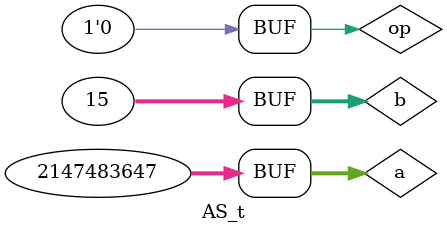
<source format=v>
`timescale 1ns / 1ps


module AS_t();
    reg [31:0] a,b;
    reg op;
    wire [31:0] r;
    AS AS_t(a,b,op,r);
    initial begin
        a = 32'h7fffffff;
        b = 32'h0000000f;
        op = 1;
        #100
        op = ~op;
    end
endmodule

</source>
